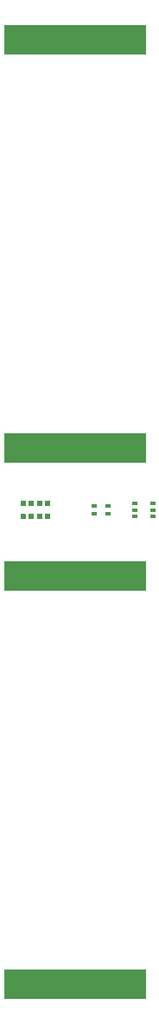
<source format=gbr>
%TF.GenerationSoftware,KiCad,Pcbnew,7.0.5*%
%TF.CreationDate,2023-06-05T00:46:42-04:00*%
%TF.ProjectId,SIDE,53494445-2e6b-4696-9361-645f70636258,rev?*%
%TF.SameCoordinates,Original*%
%TF.FileFunction,Paste,Top*%
%TF.FilePolarity,Positive*%
%FSLAX46Y46*%
G04 Gerber Fmt 4.6, Leading zero omitted, Abs format (unit mm)*
G04 Created by KiCad (PCBNEW 7.0.5) date 2023-06-05 00:46:42*
%MOMM*%
%LPD*%
G01*
G04 APERTURE LIST*
G04 Aperture macros list*
%AMOutline5P*
0 Free polygon, 5 corners , with rotation*
0 The origin of the aperture is its center*
0 number of corners: always 5*
0 $1 to $10 corner X, Y*
0 $11 Rotation angle, in degrees counterclockwise*
0 create outline with 5 corners*
4,1,5,$1,$2,$3,$4,$5,$6,$7,$8,$9,$10,$1,$2,$11*%
%AMOutline6P*
0 Free polygon, 6 corners , with rotation*
0 The origin of the aperture is its center*
0 number of corners: always 6*
0 $1 to $12 corner X, Y*
0 $13 Rotation angle, in degrees counterclockwise*
0 create outline with 6 corners*
4,1,6,$1,$2,$3,$4,$5,$6,$7,$8,$9,$10,$11,$12,$1,$2,$13*%
%AMOutline7P*
0 Free polygon, 7 corners , with rotation*
0 The origin of the aperture is its center*
0 number of corners: always 7*
0 $1 to $14 corner X, Y*
0 $15 Rotation angle, in degrees counterclockwise*
0 create outline with 7 corners*
4,1,7,$1,$2,$3,$4,$5,$6,$7,$8,$9,$10,$11,$12,$13,$14,$1,$2,$15*%
%AMOutline8P*
0 Free polygon, 8 corners , with rotation*
0 The origin of the aperture is its center*
0 number of corners: always 8*
0 $1 to $16 corner X, Y*
0 $17 Rotation angle, in degrees counterclockwise*
0 create outline with 8 corners*
4,1,8,$1,$2,$3,$4,$5,$6,$7,$8,$9,$10,$11,$12,$13,$14,$15,$16,$1,$2,$17*%
G04 Aperture macros list end*
%ADD10R,14.000000X3.000000*%
%ADD11Outline5P,-0.287500X0.244000X0.287500X0.244000X0.287500X-0.067100X0.110600X-0.244000X-0.287500X-0.244000X90.000000*%
%ADD12R,0.488000X0.575000*%
%ADD13R,0.500000X0.300000*%
%ADD14R,0.550000X0.300000*%
G04 APERTURE END LIST*
D10*
%TO.C,SC2*%
X154220000Y-141958022D03*
X154220000Y-101958022D03*
%TD*%
D11*
%TO.C,U1*%
X149102500Y-96161022D03*
D12*
X149902500Y-96161022D03*
X150702500Y-96161022D03*
X151502500Y-96161022D03*
X151502500Y-94885022D03*
X150702500Y-94885022D03*
X149902500Y-94885022D03*
X149102500Y-94885022D03*
%TD*%
D10*
%TO.C,SC1*%
X154220000Y-49468022D03*
X154220000Y-89468022D03*
%TD*%
D13*
%TO.C,U3*%
X156060000Y-95123022D03*
X156060000Y-95923022D03*
X157460000Y-95923022D03*
X157460000Y-95123022D03*
%TD*%
D14*
%TO.C,IC1*%
X160070000Y-94873022D03*
X160070000Y-95523022D03*
X160070000Y-96173022D03*
X161820000Y-96173022D03*
X161820000Y-95523022D03*
X161820000Y-94873022D03*
%TD*%
M02*

</source>
